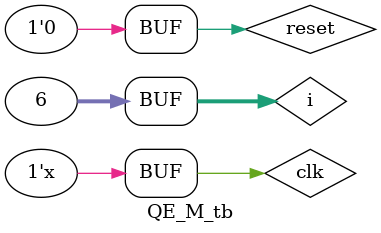
<source format=v>
module QE_M_tb ();

reg clk, reset;

//values from testvectors
reg valid_in, last_input, mode;
reg [7:0]in_a;
reg [7:0]in_x;
reg [7:0]in_b;
reg [7:0]in_c;

integer i;
reg [7:0]inA[5:0];
reg [7:0]inB[5:0];
reg [7:0]inC[5:0];
reg [7:0]inX[5:0];
reg valid_input[5:0];
reg last_in[5:0];
reg mode_sel[5:0];
reg [15:0]exp_result[5:0];
reg exp_valid_out[5:0];

//outputs of circuit
wire valid_out;
wire [15:0]result;

//instantiate DUT (Device Under Test)
QE_M QE_M (
	.clk            (clk),
	.reset          (reset),
	.in_a           (in_a),
	.in_b           (in_b),
	.in_c           (in_c),
	.in_x           (in_x),
	.mode           (mode),
	.valid_in       (valid_in),
	.last_input     (last_input),
	.valid_out      (valid_out),
	.result         (result)
);

initial begin
	clk <= 1'b1;
	reset <= 1'b1;

	#20 reset <= 1'b0;

	for (i=0; i<6; i=i+1) begin
	case(i)
		0: begin
			valid_input[i]	<= 1'b1;
			mode_sel[i]		<= 1'b0;
			last_in[i]		<= 1'b0;
			inA[i]			<= 8'd100;
			inB[i]			<= 8'd5;
			inC[i]			<= 8'd25;
			inX[i]			<= 8'd8;
			exp_result[i]	<= inA[i]*inX[i]*inX[i] + inB[i]*inX[i] + inC[i];
		end
		1: begin
			valid_input[i]	<= 1'b0;
			mode_sel[i]		<= 1'b0;
			last_in[i]		<= 1'b0;
			inA[i]			<= 8'd4;
			inB[i]			<= 8'd7;
			inC[i]			<= 8'd11;
			inX[i]			<= 8'd1;
			exp_result[i]	<= inA[i]*inX[i]*inX[i] + inB[i]*inX[i] + inC[i];
		end
		2: begin
			valid_input[i]	<= 1'b1;
			mode_sel[i]		<= 1'b0;
			last_in[i]		<= 1'b0;
			inA[i]			<= 8'd100;
			inB[i]			<= 8'd5;
			inC[i]			<= 8'd3;
			inX[i]			<= 8'd0;
			exp_result[i]	<= inA[i]*inX[i]*inX[i] + inB[i]*inX[i] + inC[i];
		end
		3: begin
			valid_input[i]	<= 1'b1;
			mode_sel[i]		<= 1'b1;
			last_in[i]		<= 1'b0;
			inA[i]			<= 8'd100;
			inB[i]			<= 8'd5;
			inC[i]			<= 8'd25;
			inX[i]			<= 8'd8;
			exp_result[i]	<= inA[i]*inX[i];
		end
		4: begin
			valid_input[i]	<= 1'b0;
			mode_sel[i]		<= 1'b1;
			last_in[i]		<= 1'b0;
			inA[i]			<= 8'd20;
			inB[i]			<= 8'd5;
			inC[i]			<= 8'd25;
			inX[i]			<= 8'd3;
			exp_result[i]	<= exp_result[i-1];
		end
		5: begin
			valid_input[i]	<= 1'b1;
			mode_sel[i]		<= 1'b1;
			last_in[i]		<= 1'b1;
			inA[i]			<= 8'd1;
			inB[i]			<= 8'd5;
			inC[i]			<= 8'd25;
			inX[i]			<= 8'd2;
			exp_result[i]	<= exp_result[i-1] + inA[i]*inX[i];
		end
	endcase

	end

	//result = 6465 (valid)
	#10 valid_in	<=	valid_input[0];
		mode		<=	mode_sel[0];
		last_input	<=	last_in[0];
		in_a		<=	inA[0];
		in_b		<=	inB[0];
		in_c		<=	inC[0];
		in_x		<=	inX[0];

	//result = 22 (invalid)
	#10 valid_in	<=	valid_input[1];
		mode		<=	mode_sel[1];
		last_input	<=	last_in[1];
		in_a		<=	inA[1];
		in_b		<=	inB[1];
		in_c		<=	inC[1];
		in_x		<=	inX[1];

	//result = 3 (valid)
	#10 valid_in	<=	valid_input[2];
		mode		<=	mode_sel[2];
		last_input	<=	last_in[2];
		in_a		<=	inA[2];
		in_b		<=	inB[2];
		in_c		<=	inC[2];
		in_x		<=	inX[2];

	//result = 800 (invalid - not completed)
	#20 valid_in	<=	valid_input[3];
		mode		<=	mode_sel[3];
		last_input	<=	last_in[3];
		in_a		<=	inA[3];
		in_b		<=	inB[3];
		in_c		<=	inC[3];
		in_x		<=	inX[3];

	//result = 800 (invalid - invalid data)
	#10 valid_in	<=	valid_input[4];
		mode		<=	mode_sel[4];
		last_input	<=	last_in[4];
		in_a		<=	inA[4];
		in_b		<=	inB[4];
		in_c		<=	inC[4];
		in_x		<=	inX[4];

	//result = 802 (valid)
	#10 valid_in	<=	valid_input[5];
		mode		<=	mode_sel[5];
		last_input	<=	last_in[5];
		in_a		<=	inA[5];
		in_b		<=	inB[5];
		in_c		<=	inC[5];
		in_x		<=	inX[5];
end

always begin
	#2.5 clk <= ~clk;
end

endmodule

</source>
